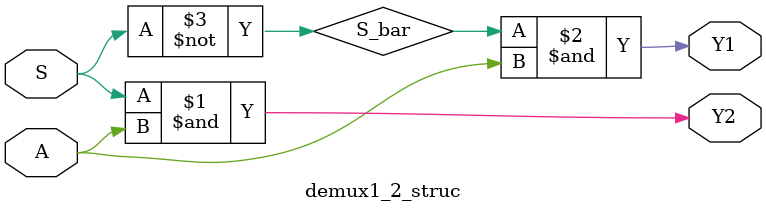
<source format=v>
`timescale 1ns / 1ps


module demux1_2_struc(
    input S,A,
    output Y2,Y1
    );
    
    wire S_bar;
    
    not(S_bar,S);
    and(Y2,S,A);
    and(Y1,S_bar,A);
    
endmodule





</source>
